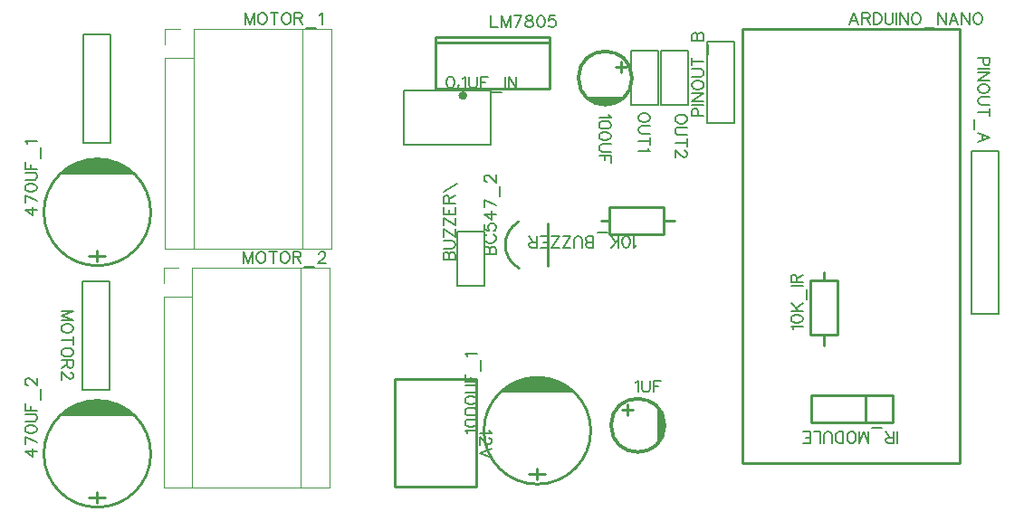
<source format=gto>
G04 Layer: TopSilkLayer*
G04 EasyEDA v6.4.19.4, 2021-05-27T12:50:32+05:30*
G04 Gerber Generator version 0.2*
G04 Scale: 100 percent, Rotated: No, Reflected: No *
G04 Dimensions in millimeters *
G04 leading zeros omitted , absolute positions ,4 integer and 5 decimal *
%FSLAX45Y45*%
%MOMM*%

%ADD10C,0.2540*%
%ADD22C,0.2032*%
%ADD23C,0.2030*%
%ADD24C,0.1200*%
%ADD25C,0.1778*%
%ADD26C,0.3000*%
%ADD27C,0.4000*%
%ADD28C,0.1524*%

%LPD*%
D28*
X6452615Y4629657D02*
G01*
X6447536Y4640071D01*
X6437122Y4650486D01*
X6426708Y4655820D01*
X6410959Y4660900D01*
X6385052Y4660900D01*
X6369558Y4655820D01*
X6359143Y4650486D01*
X6348729Y4640071D01*
X6343650Y4629657D01*
X6343650Y4608829D01*
X6348729Y4598670D01*
X6359143Y4588255D01*
X6369558Y4582921D01*
X6385052Y4577842D01*
X6410959Y4577842D01*
X6426708Y4582921D01*
X6437122Y4588255D01*
X6447536Y4598670D01*
X6452615Y4608829D01*
X6452615Y4629657D01*
X6452615Y4543552D02*
G01*
X6374638Y4543552D01*
X6359143Y4538218D01*
X6348729Y4527804D01*
X6343650Y4512310D01*
X6343650Y4501895D01*
X6348729Y4486402D01*
X6359143Y4475987D01*
X6374638Y4470654D01*
X6452615Y4470654D01*
X6452615Y4400042D02*
G01*
X6343650Y4400042D01*
X6452615Y4436363D02*
G01*
X6452615Y4363720D01*
X6431788Y4329429D02*
G01*
X6437122Y4319015D01*
X6452615Y4303521D01*
X6343650Y4303521D01*
X6795515Y4616957D02*
G01*
X6790436Y4627371D01*
X6780022Y4637786D01*
X6769608Y4643120D01*
X6753859Y4648200D01*
X6727952Y4648200D01*
X6712458Y4643120D01*
X6702043Y4637786D01*
X6691629Y4627371D01*
X6686550Y4616957D01*
X6686550Y4596129D01*
X6691629Y4585970D01*
X6702043Y4575555D01*
X6712458Y4570221D01*
X6727952Y4565142D01*
X6753859Y4565142D01*
X6769608Y4570221D01*
X6780022Y4575555D01*
X6790436Y4585970D01*
X6795515Y4596129D01*
X6795515Y4616957D01*
X6795515Y4530852D02*
G01*
X6717538Y4530852D01*
X6702043Y4525518D01*
X6691629Y4515104D01*
X6686550Y4499610D01*
X6686550Y4489195D01*
X6691629Y4473702D01*
X6702043Y4463287D01*
X6717538Y4457954D01*
X6795515Y4457954D01*
X6795515Y4387342D02*
G01*
X6686550Y4387342D01*
X6795515Y4423663D02*
G01*
X6795515Y4351020D01*
X6769608Y4311650D02*
G01*
X6774688Y4311650D01*
X6785102Y4306315D01*
X6790436Y4301236D01*
X6795515Y4290821D01*
X6795515Y4269994D01*
X6790436Y4259579D01*
X6785102Y4254500D01*
X6774688Y4249165D01*
X6764274Y4249165D01*
X6753859Y4254500D01*
X6738365Y4264660D01*
X6686550Y4316729D01*
X6686550Y4244086D01*
X6324600Y3423412D02*
G01*
X6314186Y3418078D01*
X6298691Y3402584D01*
X6298691Y3511550D01*
X6233159Y3402584D02*
G01*
X6248654Y3407663D01*
X6259068Y3423412D01*
X6264402Y3449320D01*
X6264402Y3464813D01*
X6259068Y3490976D01*
X6248654Y3506470D01*
X6233159Y3511550D01*
X6222745Y3511550D01*
X6207252Y3506470D01*
X6196838Y3490976D01*
X6191504Y3464813D01*
X6191504Y3449320D01*
X6196838Y3423412D01*
X6207252Y3407663D01*
X6222745Y3402584D01*
X6233159Y3402584D01*
X6157213Y3402584D02*
G01*
X6157213Y3511550D01*
X6084570Y3402584D02*
G01*
X6157213Y3475228D01*
X6131306Y3449320D02*
G01*
X6084570Y3511550D01*
X6050279Y3548126D02*
G01*
X5956808Y3548126D01*
X5922518Y3402584D02*
G01*
X5922518Y3511550D01*
X5922518Y3402584D02*
G01*
X5875781Y3402584D01*
X5860034Y3407663D01*
X5854954Y3412997D01*
X5849620Y3423412D01*
X5849620Y3433826D01*
X5854954Y3444239D01*
X5860034Y3449320D01*
X5875781Y3454400D01*
X5922518Y3454400D02*
G01*
X5875781Y3454400D01*
X5860034Y3459734D01*
X5854954Y3464813D01*
X5849620Y3475228D01*
X5849620Y3490976D01*
X5854954Y3501389D01*
X5860034Y3506470D01*
X5875781Y3511550D01*
X5922518Y3511550D01*
X5815329Y3402584D02*
G01*
X5815329Y3480562D01*
X5810250Y3496055D01*
X5799836Y3506470D01*
X5784341Y3511550D01*
X5773927Y3511550D01*
X5758179Y3506470D01*
X5748020Y3496055D01*
X5742686Y3480562D01*
X5742686Y3402584D01*
X5635752Y3402584D02*
G01*
X5708395Y3511550D01*
X5708395Y3402584D02*
G01*
X5635752Y3402584D01*
X5708395Y3511550D02*
G01*
X5635752Y3511550D01*
X5528563Y3402584D02*
G01*
X5601461Y3511550D01*
X5601461Y3402584D02*
G01*
X5528563Y3402584D01*
X5601461Y3511550D02*
G01*
X5528563Y3511550D01*
X5494274Y3402584D02*
G01*
X5494274Y3511550D01*
X5494274Y3402584D02*
G01*
X5426709Y3402584D01*
X5494274Y3454400D02*
G01*
X5452872Y3454400D01*
X5494274Y3511550D02*
G01*
X5426709Y3511550D01*
X5392420Y3402584D02*
G01*
X5392420Y3511550D01*
X5392420Y3402584D02*
G01*
X5345684Y3402584D01*
X5330190Y3407663D01*
X5325109Y3412997D01*
X5319775Y3423412D01*
X5319775Y3433826D01*
X5325109Y3444239D01*
X5330190Y3449320D01*
X5345684Y3454400D01*
X5392420Y3454400D01*
X5356097Y3454400D02*
G01*
X5319775Y3511550D01*
X7792211Y2641600D02*
G01*
X7786877Y2652013D01*
X7771384Y2667507D01*
X7880350Y2667507D01*
X7771384Y2733039D02*
G01*
X7776463Y2717545D01*
X7792211Y2707131D01*
X7818120Y2701797D01*
X7833613Y2701797D01*
X7859775Y2707131D01*
X7875270Y2717545D01*
X7880350Y2733039D01*
X7880350Y2743454D01*
X7875270Y2758947D01*
X7859775Y2769362D01*
X7833613Y2774695D01*
X7818120Y2774695D01*
X7792211Y2769362D01*
X7776463Y2758947D01*
X7771384Y2743454D01*
X7771384Y2733039D01*
X7771384Y2808986D02*
G01*
X7880350Y2808986D01*
X7771384Y2881629D02*
G01*
X7844027Y2808986D01*
X7818120Y2834894D02*
G01*
X7880350Y2881629D01*
X7916925Y2915920D02*
G01*
X7916925Y3009392D01*
X7771384Y3043681D02*
G01*
X7880350Y3043681D01*
X7771384Y3077971D02*
G01*
X7880350Y3077971D01*
X7771384Y3077971D02*
G01*
X7771384Y3124707D01*
X7776463Y3140455D01*
X7781797Y3145536D01*
X7792211Y3150870D01*
X7802625Y3150870D01*
X7813040Y3145536D01*
X7818120Y3140455D01*
X7823200Y3124707D01*
X7823200Y3077971D01*
X7823200Y3114294D02*
G01*
X7880350Y3150870D01*
X6315100Y2139187D02*
G01*
X6325514Y2144521D01*
X6341008Y2160015D01*
X6341008Y2051050D01*
X6375298Y2160015D02*
G01*
X6375298Y2082037D01*
X6380632Y2066544D01*
X6391046Y2056129D01*
X6406540Y2051050D01*
X6416954Y2051050D01*
X6432448Y2056129D01*
X6442862Y2066544D01*
X6448196Y2082037D01*
X6448196Y2160015D01*
X6482486Y2160015D02*
G01*
X6482486Y2051050D01*
X6482486Y2160015D02*
G01*
X6550050Y2160015D01*
X6482486Y2108200D02*
G01*
X6523888Y2108200D01*
X6063488Y4648200D02*
G01*
X6068822Y4637786D01*
X6084315Y4622292D01*
X5975350Y4622292D01*
X6084315Y4556760D02*
G01*
X6079236Y4572254D01*
X6063488Y4582668D01*
X6037579Y4588002D01*
X6022086Y4588002D01*
X5995924Y4582668D01*
X5980429Y4572254D01*
X5975350Y4556760D01*
X5975350Y4546345D01*
X5980429Y4530852D01*
X5995924Y4520437D01*
X6022086Y4515104D01*
X6037579Y4515104D01*
X6063488Y4520437D01*
X6079236Y4530852D01*
X6084315Y4546345D01*
X6084315Y4556760D01*
X6084315Y4449826D02*
G01*
X6079236Y4465320D01*
X6063488Y4475734D01*
X6037579Y4480813D01*
X6022086Y4480813D01*
X5995924Y4475734D01*
X5980429Y4465320D01*
X5975350Y4449826D01*
X5975350Y4439412D01*
X5980429Y4423663D01*
X5995924Y4413250D01*
X6022086Y4408170D01*
X6037579Y4408170D01*
X6063488Y4413250D01*
X6079236Y4423663D01*
X6084315Y4439412D01*
X6084315Y4449826D01*
X6084315Y4373879D02*
G01*
X6006338Y4373879D01*
X5990843Y4368800D01*
X5980429Y4358386D01*
X5975350Y4342637D01*
X5975350Y4332223D01*
X5980429Y4316729D01*
X5990843Y4306315D01*
X6006338Y4301236D01*
X6084315Y4301236D01*
X6084315Y4266945D02*
G01*
X5975350Y4266945D01*
X6084315Y4266945D02*
G01*
X6084315Y4199381D01*
X6032500Y4266945D02*
G01*
X6032500Y4225289D01*
X4901184Y3340100D02*
G01*
X5010150Y3340100D01*
X4901184Y3340100D02*
G01*
X4901184Y3386836D01*
X4906263Y3402329D01*
X4911597Y3407663D01*
X4922011Y3412744D01*
X4932425Y3412744D01*
X4942840Y3407663D01*
X4947920Y3402329D01*
X4953000Y3386836D01*
X4953000Y3340100D02*
G01*
X4953000Y3386836D01*
X4958334Y3402329D01*
X4963413Y3407663D01*
X4973827Y3412744D01*
X4989575Y3412744D01*
X4999990Y3407663D01*
X5005070Y3402329D01*
X5010150Y3386836D01*
X5010150Y3340100D01*
X4927091Y3525012D02*
G01*
X4916677Y3519931D01*
X4906263Y3509518D01*
X4901184Y3499104D01*
X4901184Y3478276D01*
X4906263Y3467862D01*
X4916677Y3457447D01*
X4927091Y3452368D01*
X4942840Y3447034D01*
X4968747Y3447034D01*
X4984241Y3452368D01*
X4994656Y3457447D01*
X5005070Y3467862D01*
X5010150Y3478276D01*
X5010150Y3499104D01*
X5005070Y3509518D01*
X4994656Y3519931D01*
X4984241Y3525012D01*
X4901184Y3621786D02*
G01*
X4901184Y3569715D01*
X4947920Y3564636D01*
X4942840Y3569715D01*
X4937506Y3585210D01*
X4937506Y3600957D01*
X4942840Y3616452D01*
X4953000Y3626865D01*
X4968747Y3632200D01*
X4979161Y3632200D01*
X4994656Y3626865D01*
X5005070Y3616452D01*
X5010150Y3600957D01*
X5010150Y3585210D01*
X5005070Y3569715D01*
X4999990Y3564636D01*
X4989575Y3559302D01*
X4901184Y3718305D02*
G01*
X4973827Y3666489D01*
X4973827Y3744213D01*
X4901184Y3718305D02*
G01*
X5010150Y3718305D01*
X4901184Y3851402D02*
G01*
X5010150Y3799331D01*
X4901184Y3778504D02*
G01*
X4901184Y3851402D01*
X5046725Y3885692D02*
G01*
X5046725Y3979163D01*
X4927091Y4018534D02*
G01*
X4922011Y4018534D01*
X4911597Y4023868D01*
X4906263Y4028947D01*
X4901184Y4039362D01*
X4901184Y4060189D01*
X4906263Y4070604D01*
X4911597Y4075684D01*
X4922011Y4081018D01*
X4932425Y4081018D01*
X4942840Y4075684D01*
X4958334Y4065270D01*
X5010150Y4013454D01*
X5010150Y4086097D01*
X9627615Y5181600D02*
G01*
X9518650Y5181600D01*
X9627615Y5181600D02*
G01*
X9627615Y5134863D01*
X9622536Y5119370D01*
X9617202Y5114036D01*
X9606788Y5108955D01*
X9591293Y5108955D01*
X9580879Y5114036D01*
X9575800Y5119370D01*
X9570465Y5134863D01*
X9570465Y5181600D01*
X9627615Y5074665D02*
G01*
X9518650Y5074665D01*
X9627615Y5040376D02*
G01*
X9518650Y5040376D01*
X9627615Y5040376D02*
G01*
X9518650Y4967478D01*
X9627615Y4967478D02*
G01*
X9518650Y4967478D01*
X9627615Y4902200D02*
G01*
X9622536Y4912360D01*
X9612122Y4922773D01*
X9601708Y4928107D01*
X9585959Y4933187D01*
X9560052Y4933187D01*
X9544558Y4928107D01*
X9534143Y4922773D01*
X9523729Y4912360D01*
X9518650Y4902200D01*
X9518650Y4881371D01*
X9523729Y4870957D01*
X9534143Y4860544D01*
X9544558Y4855210D01*
X9560052Y4850129D01*
X9585959Y4850129D01*
X9601708Y4855210D01*
X9612122Y4860544D01*
X9622536Y4870957D01*
X9627615Y4881371D01*
X9627615Y4902200D01*
X9627615Y4815839D02*
G01*
X9549638Y4815839D01*
X9534143Y4810760D01*
X9523729Y4800345D01*
X9518650Y4784597D01*
X9518650Y4774184D01*
X9523729Y4758689D01*
X9534143Y4748276D01*
X9549638Y4743195D01*
X9627615Y4743195D01*
X9627615Y4672329D02*
G01*
X9518650Y4672329D01*
X9627615Y4708905D02*
G01*
X9627615Y4636007D01*
X9482074Y4601718D02*
G01*
X9482074Y4508245D01*
X9627615Y4432300D02*
G01*
X9518650Y4473955D01*
X9627615Y4432300D02*
G01*
X9518650Y4390897D01*
X9554972Y4458462D02*
G01*
X9554972Y4406392D01*
X608584Y1499870D02*
G01*
X681228Y1447800D01*
X681228Y1525778D01*
X608584Y1499870D02*
G01*
X717550Y1499870D01*
X608584Y1632712D02*
G01*
X717550Y1580895D01*
X608584Y1560068D02*
G01*
X608584Y1632712D01*
X608584Y1698244D02*
G01*
X613663Y1682750D01*
X629412Y1672336D01*
X655320Y1667002D01*
X670813Y1667002D01*
X696976Y1672336D01*
X712470Y1682750D01*
X717550Y1698244D01*
X717550Y1708657D01*
X712470Y1724152D01*
X696976Y1734565D01*
X670813Y1739900D01*
X655320Y1739900D01*
X629412Y1734565D01*
X613663Y1724152D01*
X608584Y1708657D01*
X608584Y1698244D01*
X608584Y1774189D02*
G01*
X686562Y1774189D01*
X702055Y1779270D01*
X712470Y1789684D01*
X717550Y1805178D01*
X717550Y1815592D01*
X712470Y1831339D01*
X702055Y1841500D01*
X686562Y1846834D01*
X608584Y1846834D01*
X608584Y1881123D02*
G01*
X717550Y1881123D01*
X608584Y1881123D02*
G01*
X608584Y1948687D01*
X660400Y1881123D02*
G01*
X660400Y1922779D01*
X754126Y1982978D02*
G01*
X754126Y2076450D01*
X634492Y2115820D02*
G01*
X629412Y2115820D01*
X618997Y2121154D01*
X613663Y2126234D01*
X608584Y2136647D01*
X608584Y2157476D01*
X613663Y2167889D01*
X618997Y2172970D01*
X629412Y2178304D01*
X639826Y2178304D01*
X650239Y2172970D01*
X665734Y2162810D01*
X717550Y2110739D01*
X717550Y2183384D01*
X608584Y3760470D02*
G01*
X681228Y3708400D01*
X681228Y3786378D01*
X608584Y3760470D02*
G01*
X717550Y3760470D01*
X608584Y3893312D02*
G01*
X717550Y3841495D01*
X608584Y3820668D02*
G01*
X608584Y3893312D01*
X608584Y3958844D02*
G01*
X613663Y3943350D01*
X629412Y3932936D01*
X655320Y3927602D01*
X670813Y3927602D01*
X696976Y3932936D01*
X712470Y3943350D01*
X717550Y3958844D01*
X717550Y3969257D01*
X712470Y3984752D01*
X696976Y3995165D01*
X670813Y4000500D01*
X655320Y4000500D01*
X629412Y3995165D01*
X613663Y3984752D01*
X608584Y3969257D01*
X608584Y3958844D01*
X608584Y4034789D02*
G01*
X686562Y4034789D01*
X702055Y4039870D01*
X712470Y4050284D01*
X717550Y4065778D01*
X717550Y4076192D01*
X712470Y4091939D01*
X702055Y4102100D01*
X686562Y4107434D01*
X608584Y4107434D01*
X608584Y4141723D02*
G01*
X717550Y4141723D01*
X608584Y4141723D02*
G01*
X608584Y4209287D01*
X660400Y4141723D02*
G01*
X660400Y4183379D01*
X754126Y4243578D02*
G01*
X754126Y4337050D01*
X629412Y4371339D02*
G01*
X624078Y4381754D01*
X608584Y4397247D01*
X717550Y4397247D01*
X4520184Y3289300D02*
G01*
X4629150Y3289300D01*
X4520184Y3289300D02*
G01*
X4520184Y3336036D01*
X4525263Y3351529D01*
X4530597Y3356863D01*
X4541011Y3361944D01*
X4551425Y3361944D01*
X4561840Y3356863D01*
X4566920Y3351529D01*
X4572000Y3336036D01*
X4572000Y3289300D02*
G01*
X4572000Y3336036D01*
X4577334Y3351529D01*
X4582413Y3356863D01*
X4592827Y3361944D01*
X4608575Y3361944D01*
X4618990Y3356863D01*
X4624070Y3351529D01*
X4629150Y3336036D01*
X4629150Y3289300D01*
X4520184Y3396234D02*
G01*
X4598161Y3396234D01*
X4613656Y3401568D01*
X4624070Y3411981D01*
X4629150Y3427476D01*
X4629150Y3437889D01*
X4624070Y3453384D01*
X4613656Y3463797D01*
X4598161Y3469131D01*
X4520184Y3469131D01*
X4520184Y3576065D02*
G01*
X4629150Y3503421D01*
X4520184Y3503421D02*
G01*
X4520184Y3576065D01*
X4629150Y3503421D02*
G01*
X4629150Y3576065D01*
X4520184Y3683000D02*
G01*
X4629150Y3610355D01*
X4520184Y3610355D02*
G01*
X4520184Y3683000D01*
X4629150Y3610355D02*
G01*
X4629150Y3683000D01*
X4520184Y3717289D02*
G01*
X4629150Y3717289D01*
X4520184Y3717289D02*
G01*
X4520184Y3784854D01*
X4572000Y3717289D02*
G01*
X4572000Y3758945D01*
X4629150Y3717289D02*
G01*
X4629150Y3784854D01*
X4520184Y3819144D02*
G01*
X4629150Y3819144D01*
X4520184Y3819144D02*
G01*
X4520184Y3865879D01*
X4525263Y3881628D01*
X4530597Y3886707D01*
X4541011Y3892042D01*
X4551425Y3892042D01*
X4561840Y3886707D01*
X4566920Y3881628D01*
X4572000Y3865879D01*
X4572000Y3819144D01*
X4572000Y3855720D02*
G01*
X4629150Y3892042D01*
X4520184Y3926331D02*
G01*
X4644897Y3998976D01*
X6844284Y4635500D02*
G01*
X6953250Y4635500D01*
X6844284Y4635500D02*
G01*
X6844284Y4682236D01*
X6849363Y4697729D01*
X6854697Y4703063D01*
X6865111Y4708144D01*
X6880606Y4708144D01*
X6891020Y4703063D01*
X6896100Y4697729D01*
X6901434Y4682236D01*
X6901434Y4635500D01*
X6844284Y4742434D02*
G01*
X6953250Y4742434D01*
X6844284Y4776723D02*
G01*
X6953250Y4776723D01*
X6844284Y4776723D02*
G01*
X6953250Y4849621D01*
X6844284Y4849621D02*
G01*
X6953250Y4849621D01*
X6844284Y4914900D02*
G01*
X6849363Y4904739D01*
X6859777Y4894326D01*
X6870191Y4888992D01*
X6885940Y4883912D01*
X6911847Y4883912D01*
X6927341Y4888992D01*
X6937756Y4894326D01*
X6948170Y4904739D01*
X6953250Y4914900D01*
X6953250Y4935728D01*
X6948170Y4946142D01*
X6937756Y4956555D01*
X6927341Y4961889D01*
X6911847Y4966970D01*
X6885940Y4966970D01*
X6870191Y4961889D01*
X6859777Y4956555D01*
X6849363Y4946142D01*
X6844284Y4935728D01*
X6844284Y4914900D01*
X6844284Y5001260D02*
G01*
X6922261Y5001260D01*
X6937756Y5006339D01*
X6948170Y5016754D01*
X6953250Y5032502D01*
X6953250Y5042915D01*
X6948170Y5058410D01*
X6937756Y5068823D01*
X6922261Y5073904D01*
X6844284Y5073904D01*
X6844284Y5144770D02*
G01*
X6953250Y5144770D01*
X6844284Y5108194D02*
G01*
X6844284Y5181092D01*
X6989825Y5215381D02*
G01*
X6989825Y5308854D01*
X6844284Y5343144D02*
G01*
X6953250Y5343144D01*
X6844284Y5343144D02*
G01*
X6844284Y5389879D01*
X6849363Y5405373D01*
X6854697Y5410707D01*
X6865111Y5415787D01*
X6875525Y5415787D01*
X6885940Y5410707D01*
X6891020Y5405373D01*
X6896100Y5389879D01*
X6896100Y5343144D02*
G01*
X6896100Y5389879D01*
X6901434Y5405373D01*
X6906513Y5410707D01*
X6916927Y5415787D01*
X6932675Y5415787D01*
X6943090Y5410707D01*
X6948170Y5405373D01*
X6953250Y5389879D01*
X6953250Y5343144D01*
X4744211Y1663700D02*
G01*
X4738877Y1674113D01*
X4723384Y1689607D01*
X4832350Y1689607D01*
X4723384Y1755139D02*
G01*
X4728463Y1739645D01*
X4744211Y1729231D01*
X4770120Y1723897D01*
X4785613Y1723897D01*
X4811775Y1729231D01*
X4827270Y1739645D01*
X4832350Y1755139D01*
X4832350Y1765554D01*
X4827270Y1781047D01*
X4811775Y1791462D01*
X4785613Y1796795D01*
X4770120Y1796795D01*
X4744211Y1791462D01*
X4728463Y1781047D01*
X4723384Y1765554D01*
X4723384Y1755139D01*
X4723384Y1862073D02*
G01*
X4728463Y1846579D01*
X4744211Y1836165D01*
X4770120Y1831086D01*
X4785613Y1831086D01*
X4811775Y1836165D01*
X4827270Y1846579D01*
X4832350Y1862073D01*
X4832350Y1872487D01*
X4827270Y1888236D01*
X4811775Y1898650D01*
X4785613Y1903729D01*
X4770120Y1903729D01*
X4744211Y1898650D01*
X4728463Y1888236D01*
X4723384Y1872487D01*
X4723384Y1862073D01*
X4723384Y1969262D02*
G01*
X4728463Y1953513D01*
X4744211Y1943100D01*
X4770120Y1938020D01*
X4785613Y1938020D01*
X4811775Y1943100D01*
X4827270Y1953513D01*
X4832350Y1969262D01*
X4832350Y1979676D01*
X4827270Y1995170D01*
X4811775Y2005584D01*
X4785613Y2010663D01*
X4770120Y2010663D01*
X4744211Y2005584D01*
X4728463Y1995170D01*
X4723384Y1979676D01*
X4723384Y1969262D01*
X4723384Y2044954D02*
G01*
X4801361Y2044954D01*
X4816856Y2050287D01*
X4827270Y2060702D01*
X4832350Y2076195D01*
X4832350Y2086610D01*
X4827270Y2102104D01*
X4816856Y2112518D01*
X4801361Y2117852D01*
X4723384Y2117852D01*
X4723384Y2152142D02*
G01*
X4832350Y2152142D01*
X4723384Y2152142D02*
G01*
X4723384Y2219705D01*
X4775200Y2152142D02*
G01*
X4775200Y2193544D01*
X4868925Y2253995D02*
G01*
X4868925Y2347468D01*
X4744211Y2381757D02*
G01*
X4738877Y2392171D01*
X4723384Y2407665D01*
X4832350Y2407665D01*
X8763000Y1573784D02*
G01*
X8763000Y1682750D01*
X8728709Y1573784D02*
G01*
X8728709Y1682750D01*
X8728709Y1573784D02*
G01*
X8681974Y1573784D01*
X8666479Y1578863D01*
X8661145Y1584197D01*
X8656065Y1594612D01*
X8656065Y1605026D01*
X8661145Y1615439D01*
X8666479Y1620520D01*
X8681974Y1625600D01*
X8728709Y1625600D01*
X8692388Y1625600D02*
G01*
X8656065Y1682750D01*
X8621775Y1719326D02*
G01*
X8528050Y1719326D01*
X8493759Y1573784D02*
G01*
X8493759Y1682750D01*
X8493759Y1573784D02*
G01*
X8452358Y1682750D01*
X8410702Y1573784D02*
G01*
X8452358Y1682750D01*
X8410702Y1573784D02*
G01*
X8410702Y1682750D01*
X8345170Y1573784D02*
G01*
X8355584Y1578863D01*
X8365997Y1589278D01*
X8371331Y1599692D01*
X8376411Y1615439D01*
X8376411Y1641347D01*
X8371331Y1656842D01*
X8365997Y1667255D01*
X8355584Y1677670D01*
X8345170Y1682750D01*
X8324595Y1682750D01*
X8314181Y1677670D01*
X8303768Y1667255D01*
X8298434Y1656842D01*
X8293354Y1641347D01*
X8293354Y1615439D01*
X8298434Y1599692D01*
X8303768Y1589278D01*
X8314181Y1578863D01*
X8324595Y1573784D01*
X8345170Y1573784D01*
X8259063Y1573784D02*
G01*
X8259063Y1682750D01*
X8259063Y1573784D02*
G01*
X8222741Y1573784D01*
X8206993Y1578863D01*
X8196579Y1589278D01*
X8191500Y1599692D01*
X8186420Y1615439D01*
X8186420Y1641347D01*
X8191500Y1656842D01*
X8196579Y1667255D01*
X8206993Y1677670D01*
X8222741Y1682750D01*
X8259063Y1682750D01*
X8152129Y1573784D02*
G01*
X8152129Y1651762D01*
X8146795Y1667255D01*
X8136381Y1677670D01*
X8120888Y1682750D01*
X8110474Y1682750D01*
X8094979Y1677670D01*
X8084565Y1667255D01*
X8079231Y1651762D01*
X8079231Y1573784D01*
X8044941Y1573784D02*
G01*
X8044941Y1682750D01*
X8044941Y1682750D02*
G01*
X7982711Y1682750D01*
X7948422Y1573784D02*
G01*
X7948422Y1682750D01*
X7948422Y1573784D02*
G01*
X7880858Y1573784D01*
X7948422Y1625600D02*
G01*
X7906765Y1625600D01*
X7948422Y1682750D02*
G01*
X7880858Y1682750D01*
X2654300Y3366515D02*
G01*
X2654300Y3257550D01*
X2654300Y3366515D02*
G01*
X2695956Y3257550D01*
X2737358Y3366515D02*
G01*
X2695956Y3257550D01*
X2737358Y3366515D02*
G01*
X2737358Y3257550D01*
X2802890Y3366515D02*
G01*
X2792475Y3361436D01*
X2782061Y3351021D01*
X2776981Y3340607D01*
X2771647Y3324860D01*
X2771647Y3298952D01*
X2776981Y3283457D01*
X2782061Y3273044D01*
X2792475Y3262629D01*
X2802890Y3257550D01*
X2823718Y3257550D01*
X2834131Y3262629D01*
X2844545Y3273044D01*
X2849625Y3283457D01*
X2854959Y3298952D01*
X2854959Y3324860D01*
X2849625Y3340607D01*
X2844545Y3351021D01*
X2834131Y3361436D01*
X2823718Y3366515D01*
X2802890Y3366515D01*
X2925572Y3366515D02*
G01*
X2925572Y3257550D01*
X2889250Y3366515D02*
G01*
X2961893Y3366515D01*
X3027425Y3366515D02*
G01*
X3017011Y3361436D01*
X3006597Y3351021D01*
X3001263Y3340607D01*
X2996184Y3324860D01*
X2996184Y3298952D01*
X3001263Y3283457D01*
X3006597Y3273044D01*
X3017011Y3262629D01*
X3027425Y3257550D01*
X3048000Y3257550D01*
X3058413Y3262629D01*
X3068827Y3273044D01*
X3074161Y3283457D01*
X3079241Y3298952D01*
X3079241Y3324860D01*
X3074161Y3340607D01*
X3068827Y3351021D01*
X3058413Y3361436D01*
X3048000Y3366515D01*
X3027425Y3366515D01*
X3113531Y3366515D02*
G01*
X3113531Y3257550D01*
X3113531Y3366515D02*
G01*
X3160268Y3366515D01*
X3176015Y3361436D01*
X3181095Y3356102D01*
X3186429Y3345687D01*
X3186429Y3335273D01*
X3181095Y3324860D01*
X3176015Y3319779D01*
X3160268Y3314700D01*
X3113531Y3314700D01*
X3149854Y3314700D02*
G01*
X3186429Y3257550D01*
X3220720Y3220973D02*
G01*
X3314191Y3220973D01*
X3353561Y3340607D02*
G01*
X3353561Y3345687D01*
X3358895Y3356102D01*
X3363975Y3361436D01*
X3374390Y3366515D01*
X3395218Y3366515D01*
X3405631Y3361436D01*
X3410711Y3356102D01*
X3416045Y3345687D01*
X3416045Y3335273D01*
X3410711Y3324860D01*
X3400297Y3309365D01*
X3348481Y3257550D01*
X3421125Y3257550D01*
X4945888Y1689100D02*
G01*
X4951222Y1678686D01*
X4966715Y1663192D01*
X4857750Y1663192D01*
X4940808Y1623568D02*
G01*
X4945888Y1623568D01*
X4956302Y1618487D01*
X4961636Y1613154D01*
X4966715Y1602739D01*
X4966715Y1582165D01*
X4961636Y1571752D01*
X4956302Y1566418D01*
X4945888Y1561337D01*
X4935474Y1561337D01*
X4925059Y1566418D01*
X4909565Y1576831D01*
X4857750Y1628902D01*
X4857750Y1556004D01*
X4966715Y1521713D02*
G01*
X4857750Y1480312D01*
X4966715Y1438655D02*
G01*
X4857750Y1480312D01*
X4577841Y5004815D02*
G01*
X4562093Y4999736D01*
X4551679Y4983987D01*
X4546600Y4958079D01*
X4546600Y4942586D01*
X4551679Y4916423D01*
X4562093Y4900929D01*
X4577841Y4895850D01*
X4588256Y4895850D01*
X4603750Y4900929D01*
X4614163Y4916423D01*
X4619243Y4942586D01*
X4619243Y4958079D01*
X4614163Y4983987D01*
X4603750Y4999736D01*
X4588256Y5004815D01*
X4577841Y5004815D01*
X4658868Y4921757D02*
G01*
X4653534Y4916423D01*
X4658868Y4911344D01*
X4663947Y4916423D01*
X4658868Y4921757D01*
X4698238Y4983987D02*
G01*
X4708652Y4989321D01*
X4724400Y5004815D01*
X4724400Y4895850D01*
X4758690Y5004815D02*
G01*
X4758690Y4926837D01*
X4763770Y4911344D01*
X4774184Y4900929D01*
X4789677Y4895850D01*
X4800091Y4895850D01*
X4815840Y4900929D01*
X4826000Y4911344D01*
X4831334Y4926837D01*
X4831334Y5004815D01*
X4865624Y5004815D02*
G01*
X4865624Y4895850D01*
X4865624Y5004815D02*
G01*
X4933188Y5004815D01*
X4865624Y4953000D02*
G01*
X4907279Y4953000D01*
X4967477Y4859273D02*
G01*
X5060950Y4859273D01*
X5095240Y5004815D02*
G01*
X5095240Y4895850D01*
X5129529Y5004815D02*
G01*
X5129529Y4895850D01*
X5129529Y5004815D02*
G01*
X5202174Y4895850D01*
X5202174Y5004815D02*
G01*
X5202174Y4895850D01*
X1055115Y2806700D02*
G01*
X946150Y2806700D01*
X1055115Y2806700D02*
G01*
X946150Y2765044D01*
X1055115Y2723642D02*
G01*
X946150Y2765044D01*
X1055115Y2723642D02*
G01*
X946150Y2723642D01*
X1055115Y2658110D02*
G01*
X1050036Y2668523D01*
X1039621Y2678937D01*
X1029207Y2684018D01*
X1013460Y2689352D01*
X987552Y2689352D01*
X972057Y2684018D01*
X961644Y2678937D01*
X951229Y2668523D01*
X946150Y2658110D01*
X946150Y2637281D01*
X951229Y2626868D01*
X961644Y2616454D01*
X972057Y2611373D01*
X987552Y2606039D01*
X1013460Y2606039D01*
X1029207Y2611373D01*
X1039621Y2616454D01*
X1050036Y2626868D01*
X1055115Y2637281D01*
X1055115Y2658110D01*
X1055115Y2535428D02*
G01*
X946150Y2535428D01*
X1055115Y2571750D02*
G01*
X1055115Y2499105D01*
X1055115Y2433573D02*
G01*
X1050036Y2443987D01*
X1039621Y2454402D01*
X1029207Y2459736D01*
X1013460Y2464815D01*
X987552Y2464815D01*
X972057Y2459736D01*
X961644Y2454402D01*
X951229Y2443987D01*
X946150Y2433573D01*
X946150Y2413000D01*
X951229Y2402586D01*
X961644Y2392171D01*
X972057Y2386837D01*
X987552Y2381757D01*
X1013460Y2381757D01*
X1029207Y2386837D01*
X1039621Y2392171D01*
X1050036Y2402586D01*
X1055115Y2413000D01*
X1055115Y2433573D01*
X1055115Y2347468D02*
G01*
X946150Y2347468D01*
X1055115Y2347468D02*
G01*
X1055115Y2300731D01*
X1050036Y2284984D01*
X1044702Y2279904D01*
X1034287Y2274570D01*
X1023873Y2274570D01*
X1013460Y2279904D01*
X1008379Y2284984D01*
X1003300Y2300731D01*
X1003300Y2347468D01*
X1003300Y2311145D02*
G01*
X946150Y2274570D01*
X1029207Y2235200D02*
G01*
X1034287Y2235200D01*
X1044702Y2230120D01*
X1050036Y2224786D01*
X1055115Y2214371D01*
X1055115Y2193544D01*
X1050036Y2183129D01*
X1044702Y2178050D01*
X1034287Y2172970D01*
X1023873Y2172970D01*
X1013460Y2178050D01*
X997965Y2188463D01*
X946150Y2240279D01*
X946150Y2167636D01*
X8360156Y5601715D02*
G01*
X8318500Y5492750D01*
X8360156Y5601715D02*
G01*
X8401558Y5492750D01*
X8333993Y5529071D02*
G01*
X8386063Y5529071D01*
X8435847Y5601715D02*
G01*
X8435847Y5492750D01*
X8435847Y5601715D02*
G01*
X8482584Y5601715D01*
X8498331Y5596636D01*
X8503411Y5591302D01*
X8508745Y5580887D01*
X8508745Y5570473D01*
X8503411Y5560060D01*
X8498331Y5554979D01*
X8482584Y5549900D01*
X8435847Y5549900D01*
X8472170Y5549900D02*
G01*
X8508745Y5492750D01*
X8543036Y5601715D02*
G01*
X8543036Y5492750D01*
X8543036Y5601715D02*
G01*
X8579358Y5601715D01*
X8594852Y5596636D01*
X8605265Y5586221D01*
X8610600Y5575807D01*
X8615679Y5560060D01*
X8615679Y5534152D01*
X8610600Y5518657D01*
X8605265Y5508244D01*
X8594852Y5497829D01*
X8579358Y5492750D01*
X8543036Y5492750D01*
X8649970Y5601715D02*
G01*
X8649970Y5523737D01*
X8655050Y5508244D01*
X8665463Y5497829D01*
X8681211Y5492750D01*
X8691625Y5492750D01*
X8707120Y5497829D01*
X8717534Y5508244D01*
X8722613Y5523737D01*
X8722613Y5601715D01*
X8756904Y5601715D02*
G01*
X8756904Y5492750D01*
X8791193Y5601715D02*
G01*
X8791193Y5492750D01*
X8791193Y5601715D02*
G01*
X8864091Y5492750D01*
X8864091Y5601715D02*
G01*
X8864091Y5492750D01*
X8929370Y5601715D02*
G01*
X8919209Y5596636D01*
X8908795Y5586221D01*
X8903461Y5575807D01*
X8898381Y5560060D01*
X8898381Y5534152D01*
X8903461Y5518657D01*
X8908795Y5508244D01*
X8919209Y5497829D01*
X8929370Y5492750D01*
X8950197Y5492750D01*
X8960611Y5497829D01*
X8971025Y5508244D01*
X8976359Y5518657D01*
X8981440Y5534152D01*
X8981440Y5560060D01*
X8976359Y5575807D01*
X8971025Y5586221D01*
X8960611Y5596636D01*
X8950197Y5601715D01*
X8929370Y5601715D01*
X9015729Y5456173D02*
G01*
X9109202Y5456173D01*
X9143491Y5601715D02*
G01*
X9143491Y5492750D01*
X9143491Y5601715D02*
G01*
X9216390Y5492750D01*
X9216390Y5601715D02*
G01*
X9216390Y5492750D01*
X9292081Y5601715D02*
G01*
X9250679Y5492750D01*
X9292081Y5601715D02*
G01*
X9333738Y5492750D01*
X9266174Y5529071D02*
G01*
X9317990Y5529071D01*
X9368027Y5601715D02*
G01*
X9368027Y5492750D01*
X9368027Y5601715D02*
G01*
X9440672Y5492750D01*
X9440672Y5601715D02*
G01*
X9440672Y5492750D01*
X9506204Y5601715D02*
G01*
X9495790Y5596636D01*
X9485375Y5586221D01*
X9480295Y5575807D01*
X9474961Y5560060D01*
X9474961Y5534152D01*
X9480295Y5518657D01*
X9485375Y5508244D01*
X9495790Y5497829D01*
X9506204Y5492750D01*
X9527031Y5492750D01*
X9537445Y5497829D01*
X9547859Y5508244D01*
X9552940Y5518657D01*
X9558020Y5534152D01*
X9558020Y5560060D01*
X9552940Y5575807D01*
X9547859Y5586221D01*
X9537445Y5596636D01*
X9527031Y5601715D01*
X9506204Y5601715D01*
X4965700Y5576315D02*
G01*
X4965700Y5467350D01*
X4965700Y5467350D02*
G01*
X5027929Y5467350D01*
X5062220Y5576315D02*
G01*
X5062220Y5467350D01*
X5062220Y5576315D02*
G01*
X5103875Y5467350D01*
X5145531Y5576315D02*
G01*
X5103875Y5467350D01*
X5145531Y5576315D02*
G01*
X5145531Y5467350D01*
X5252465Y5576315D02*
G01*
X5200650Y5467350D01*
X5179822Y5576315D02*
G01*
X5252465Y5576315D01*
X5312663Y5576315D02*
G01*
X5297170Y5571236D01*
X5292090Y5560821D01*
X5292090Y5550407D01*
X5297170Y5539994D01*
X5307584Y5534660D01*
X5328411Y5529579D01*
X5343906Y5524500D01*
X5354320Y5514086D01*
X5359400Y5503671D01*
X5359400Y5487923D01*
X5354320Y5477510D01*
X5349240Y5472429D01*
X5333491Y5467350D01*
X5312663Y5467350D01*
X5297170Y5472429D01*
X5292090Y5477510D01*
X5286756Y5487923D01*
X5286756Y5503671D01*
X5292090Y5514086D01*
X5302250Y5524500D01*
X5317997Y5529579D01*
X5338825Y5534660D01*
X5349240Y5539994D01*
X5354320Y5550407D01*
X5354320Y5560821D01*
X5349240Y5571236D01*
X5333491Y5576315D01*
X5312663Y5576315D01*
X5424931Y5576315D02*
G01*
X5409438Y5571236D01*
X5399024Y5555487D01*
X5393690Y5529579D01*
X5393690Y5514086D01*
X5399024Y5487923D01*
X5409438Y5472429D01*
X5424931Y5467350D01*
X5435345Y5467350D01*
X5450840Y5472429D01*
X5461254Y5487923D01*
X5466588Y5514086D01*
X5466588Y5529579D01*
X5461254Y5555487D01*
X5450840Y5571236D01*
X5435345Y5576315D01*
X5424931Y5576315D01*
X5563108Y5576315D02*
G01*
X5511291Y5576315D01*
X5505958Y5529579D01*
X5511291Y5534660D01*
X5526786Y5539994D01*
X5542279Y5539994D01*
X5558027Y5534660D01*
X5568441Y5524500D01*
X5573522Y5508752D01*
X5573522Y5498337D01*
X5568441Y5482844D01*
X5558027Y5472429D01*
X5542279Y5467350D01*
X5526786Y5467350D01*
X5511291Y5472429D01*
X5505958Y5477510D01*
X5500877Y5487923D01*
X2667000Y5601715D02*
G01*
X2667000Y5492750D01*
X2667000Y5601715D02*
G01*
X2708656Y5492750D01*
X2750058Y5601715D02*
G01*
X2708656Y5492750D01*
X2750058Y5601715D02*
G01*
X2750058Y5492750D01*
X2815590Y5601715D02*
G01*
X2805175Y5596636D01*
X2794761Y5586221D01*
X2789681Y5575807D01*
X2784347Y5560060D01*
X2784347Y5534152D01*
X2789681Y5518657D01*
X2794761Y5508244D01*
X2805175Y5497829D01*
X2815590Y5492750D01*
X2836418Y5492750D01*
X2846831Y5497829D01*
X2857245Y5508244D01*
X2862325Y5518657D01*
X2867659Y5534152D01*
X2867659Y5560060D01*
X2862325Y5575807D01*
X2857245Y5586221D01*
X2846831Y5596636D01*
X2836418Y5601715D01*
X2815590Y5601715D01*
X2938272Y5601715D02*
G01*
X2938272Y5492750D01*
X2901950Y5601715D02*
G01*
X2974593Y5601715D01*
X3040125Y5601715D02*
G01*
X3029711Y5596636D01*
X3019297Y5586221D01*
X3013963Y5575807D01*
X3008884Y5560060D01*
X3008884Y5534152D01*
X3013963Y5518657D01*
X3019297Y5508244D01*
X3029711Y5497829D01*
X3040125Y5492750D01*
X3060700Y5492750D01*
X3071113Y5497829D01*
X3081527Y5508244D01*
X3086861Y5518657D01*
X3091941Y5534152D01*
X3091941Y5560060D01*
X3086861Y5575807D01*
X3081527Y5586221D01*
X3071113Y5596636D01*
X3060700Y5601715D01*
X3040125Y5601715D01*
X3126231Y5601715D02*
G01*
X3126231Y5492750D01*
X3126231Y5601715D02*
G01*
X3172968Y5601715D01*
X3188715Y5596636D01*
X3193795Y5591302D01*
X3199129Y5580887D01*
X3199129Y5570473D01*
X3193795Y5560060D01*
X3188715Y5554979D01*
X3172968Y5549900D01*
X3126231Y5549900D01*
X3162554Y5549900D02*
G01*
X3199129Y5492750D01*
X3233420Y5456173D02*
G01*
X3326891Y5456173D01*
X3361181Y5580887D02*
G01*
X3371595Y5586221D01*
X3387090Y5601715D01*
X3387090Y5492750D01*
G36*
X6516725Y1905000D02*
G01*
X6516725Y1574800D01*
X6526276Y1584553D01*
X6535267Y1594815D01*
X6543649Y1605635D01*
X6551371Y1616913D01*
X6558381Y1628648D01*
X6564680Y1640789D01*
X6570218Y1653286D01*
X6575044Y1666087D01*
X6579057Y1679143D01*
X6582308Y1692402D01*
X6584746Y1705864D01*
X6586372Y1719427D01*
X6587185Y1733042D01*
X6587185Y1746757D01*
X6586372Y1760372D01*
X6584746Y1773936D01*
X6582308Y1787398D01*
X6579057Y1800656D01*
X6575044Y1813712D01*
X6570218Y1826514D01*
X6564680Y1839010D01*
X6558381Y1851152D01*
X6551371Y1862886D01*
X6543649Y1874164D01*
X6535267Y1884984D01*
X6526276Y1895246D01*
G37*
G36*
X5867400Y4811674D02*
G01*
X5877153Y4802124D01*
X5887415Y4793132D01*
X5898235Y4784750D01*
X5909513Y4777028D01*
X5921248Y4770018D01*
X5933389Y4763719D01*
X5945886Y4758182D01*
X5958687Y4753356D01*
X5971743Y4749342D01*
X5985002Y4746091D01*
X5998464Y4743653D01*
X6012027Y4742027D01*
X6025642Y4741214D01*
X6039358Y4741214D01*
X6052972Y4742027D01*
X6066536Y4743653D01*
X6079998Y4746091D01*
X6093256Y4749342D01*
X6106312Y4753356D01*
X6119114Y4758182D01*
X6131610Y4763719D01*
X6143752Y4770018D01*
X6155486Y4777028D01*
X6166764Y4784750D01*
X6177584Y4793132D01*
X6187846Y4802124D01*
X6197600Y4811674D01*
G37*
G36*
X1231900Y1981200D02*
G01*
X1130300Y1955800D01*
X927100Y1828800D01*
X1638300Y1828800D01*
X1536700Y1905000D01*
X1384300Y1955800D01*
G37*
G36*
X1231900Y4241800D02*
G01*
X1130300Y4216400D01*
X927100Y4089400D01*
X1638300Y4089400D01*
X1536700Y4165600D01*
X1384300Y4216400D01*
G37*
G36*
X5346700Y2197100D02*
G01*
X5245100Y2171700D01*
X5041900Y2044700D01*
X5753100Y2044700D01*
X5651500Y2120900D01*
X5499100Y2171700D01*
G37*
D22*
X6527800Y4737100D02*
G01*
X6276340Y4737100D01*
X6276340Y5245100D01*
X6527800Y5245100D01*
X6527800Y4737100D01*
X6807200Y4737100D02*
G01*
X6555740Y4737100D01*
X6555740Y5245100D01*
X6807200Y5245100D01*
X6807200Y4737100D01*
D10*
X6578600Y3530600D02*
G01*
X6324600Y3530600D01*
X6070600Y3530600D01*
X6070600Y3784600D01*
X6578600Y3784600D01*
X6578600Y3530600D01*
X6578600Y3657600D02*
G01*
X6680200Y3657600D01*
X6070600Y3657600D02*
G01*
X5994400Y3657600D01*
X7950200Y2590800D02*
G01*
X7950200Y2844800D01*
X7950200Y3098800D01*
X8204200Y3098800D01*
X8204200Y2590800D01*
X7950200Y2590800D01*
X8077200Y2590800D02*
G01*
X8077200Y2489200D01*
X8077200Y3098800D02*
G01*
X8077200Y3175000D01*
X6185687Y1889887D02*
G01*
X6287287Y1889887D01*
X6237300Y1939899D02*
G01*
X6237300Y1838299D01*
X6182486Y5142712D02*
G01*
X6182486Y5041112D01*
X6232499Y5091099D02*
G01*
X6130899Y5091099D01*
X5496686Y3626993D02*
G01*
X5496686Y3231006D01*
D22*
X9715500Y4114800D02*
G01*
X9715500Y4305300D01*
X9461500Y4305300D01*
X9461500Y2781300D01*
X9715500Y2781300D01*
D23*
X9715500Y2781300D02*
G01*
X9715500Y4114800D01*
D10*
X1282700Y1016000D02*
G01*
X1282700Y1117600D01*
X1206500Y1066800D02*
G01*
X1358900Y1066800D01*
X1282700Y3276600D02*
G01*
X1282700Y3378200D01*
X1206500Y3327400D02*
G01*
X1358900Y3327400D01*
D23*
X4648200Y3556000D02*
G01*
X4648200Y3238500D01*
D22*
X4648200Y3556000D02*
G01*
X4902200Y3556000D01*
X4902200Y3048000D01*
X4648200Y3048000D01*
X4648200Y3238500D01*
X6985000Y4762500D02*
G01*
X6985000Y4572000D01*
X7239000Y4572000D01*
X7239000Y5334000D01*
X6985000Y5334000D01*
D23*
X6985000Y5334000D02*
G01*
X6985000Y4762500D01*
D10*
X5397500Y1231900D02*
G01*
X5397500Y1333500D01*
X5321300Y1282700D02*
G01*
X5473700Y1282700D01*
X8724900Y1765300D02*
G01*
X7962900Y1765300D01*
X7962900Y2019300D01*
X8724900Y2019300D02*
G01*
X7962900Y2019300D01*
X8724900Y1765300D02*
G01*
X8724900Y2019300D01*
X8466056Y1765300D02*
G01*
X8466056Y2019300D01*
D24*
X3187700Y3213354D02*
G01*
X3187700Y1155445D01*
X2171700Y2946400D02*
G01*
X1904745Y2946400D01*
X1904745Y1155445D01*
X3454654Y1155445D01*
X3454654Y3213354D01*
X2171700Y3213354D01*
X2171700Y2946400D01*
X2171700Y1155445D01*
X2044700Y3213354D02*
G01*
X1904745Y3213354D01*
X1904745Y3073400D01*
D10*
X4826000Y2171700D02*
G01*
X4826000Y1168907D01*
X4066006Y1168907D01*
X4066006Y2171700D01*
X4826000Y2171700D01*
D25*
X4965700Y4622800D02*
G01*
X4965700Y4368800D01*
X4152900Y4368800D01*
X4152900Y4876800D01*
X4965700Y4876800D01*
X4965700Y4622800D01*
D22*
X1409700Y4381500D02*
G01*
X1155700Y4381500D01*
X1155700Y5397500D01*
X1409700Y5397500D01*
X1409700Y5207000D01*
D23*
X1409700Y4381500D02*
G01*
X1409700Y5207000D01*
D22*
X1397000Y2070100D02*
G01*
X1143000Y2070100D01*
X1143000Y3086100D01*
X1397000Y3086100D01*
X1397000Y2895600D01*
D23*
X1397000Y2070100D02*
G01*
X1397000Y2895600D01*
D10*
X7315200Y5448300D02*
G01*
X9347200Y5448300D01*
X9347200Y1384300D01*
X7315200Y1384300D01*
X7315200Y5448300D01*
X5508396Y5322696D02*
G01*
X4448403Y5322696D01*
X4448302Y5372607D02*
G01*
X5508497Y5372607D01*
X5508497Y4892802D01*
X4448302Y4892802D01*
X4448302Y5372100D01*
X4448302Y5372607D01*
D24*
X3200400Y5448554D02*
G01*
X3200400Y3390645D01*
X2184400Y5181600D02*
G01*
X1917445Y5181600D01*
X1917445Y3390645D01*
X3467354Y3390645D01*
X3467354Y5448554D01*
X2184400Y5448554D01*
X2184400Y5181600D01*
X2184400Y3390645D01*
X2057400Y5448554D02*
G01*
X1917445Y5448554D01*
X1917445Y5308600D01*
D10*
G75*
G01*
X5220716Y3643376D02*
G03*
X5225555Y3211853I125982J-214376D01*
D27*
G75*
G01*
X4701540Y4846320D02*
G03*
X4701794Y4846320I127J-20000D01*
D26*
G75*
G01
X6587312Y1739900D02*
G03X6587312Y1739900I-250012J0D01*
G75*
G01
X6282512Y4991100D02*
G03X6282512Y4991100I-250012J0D01*
D10*
G75*
G01
X1782572Y1473200D02*
G03X1782572Y1473200I-499872J0D01*
G75*
G01
X1782572Y3733800D02*
G03X1782572Y3733800I-499872J0D01*
G75*
G01
X5897372Y1689100D02*
G03X5897372Y1689100I-499872J0D01*
M02*

</source>
